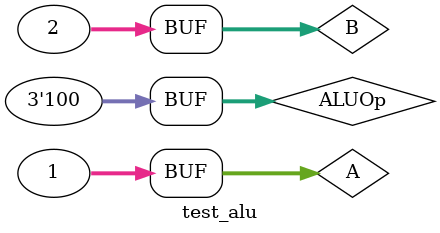
<source format=v>
`timescale 1ns / 1ps


module test_alu;

	// Inputs
	reg [31:0] A;
	reg [31:0] B;
	reg [2:0] ALUOp;

	// Outputs
	wire [31:0] C;

	// Instantiate the Unit Under Test (UUT)
	alu uut (
		.A(A), 
		.B(B), 
		.ALUOp(ALUOp), 
		.C(C)
	);

	initial begin
		
		A = 1;
		B = 2;
		ALUOp = 0;

		#10;
        
		A = 3;
		B = 2;
		ALUOp = 1;

		#10;
		
		A = 4;
		B = 1;
		ALUOp = 2;

		#10;
		
		A = 1;
		B = 2;
		ALUOp = 3;

		#10;
		
		A = 1;
		B = 2;
		ALUOp = 4;

		#10;
		// Add stimulus here

	end
      
endmodule


</source>
